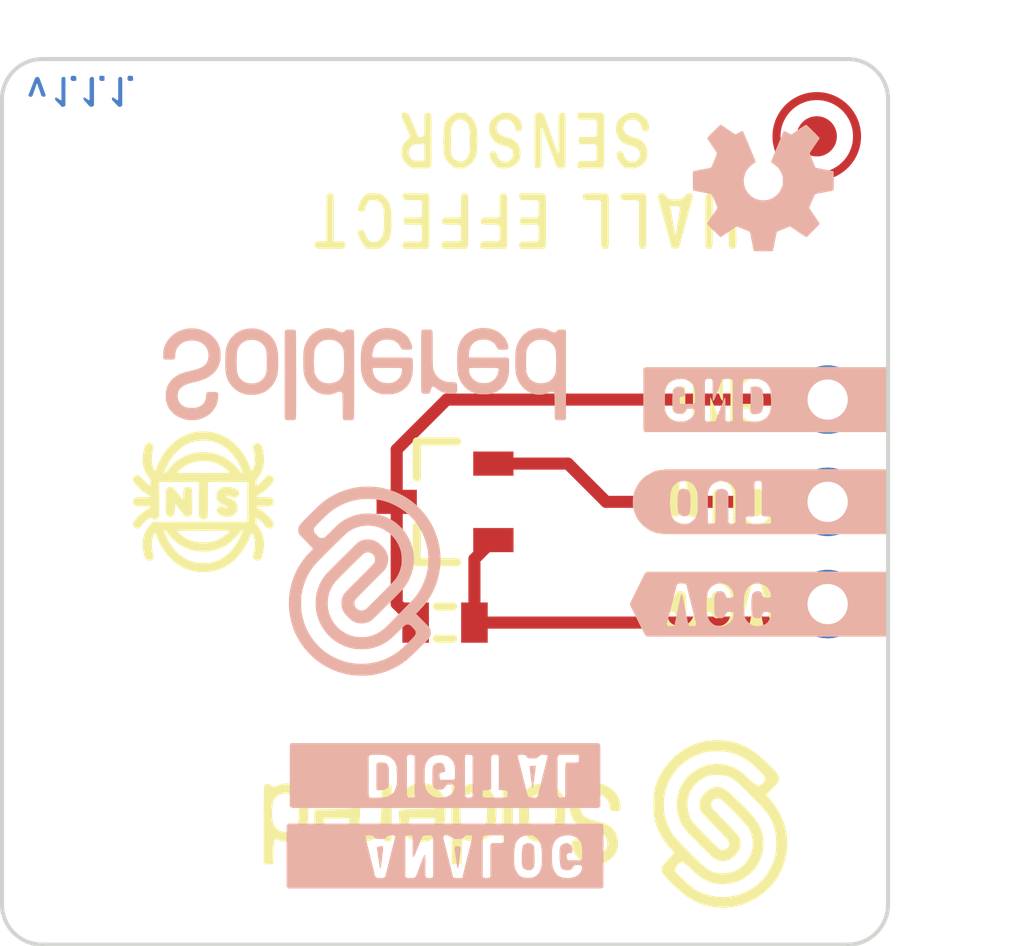
<source format=kicad_pcb>
(kicad_pcb (version 20211014) (generator pcbnew)
  (title_block (title "Hall effect sensor analog") (date "2021-09-01") (rev "V1.1.1.") (company "SOLDERED") (comment 1 "333079"))
  (layers (0 "F.Cu" mixed) (31 "B.Cu" signal) (34 "B.Paste" user) (35 "F.Paste" user) (36 "B.SilkS" user "B.Silkscreen") (37 "F.SilkS" user "F.Silkscreen") (38 "B.Mask" user) (39 "F.Mask" user) (44 "Edge.Cuts" user))
  (net 0 "")
  (net 1 "GND")
  (net 2 "VCC")
  (net 3 "OUT")
  (footprint "buzzardLabel" (layer "F.Cu") (at 102.4 116.46 180)
    (fp_text reference "" (at 0 0) (layer "F.SilkS") (effects (font (size 1.27 1.27))))
    (fp_text value "" (at 0 0) (layer "F.SilkS") (effects (font (size 1.27 1.27))))
  )
  (footprint "Soldered Graphics:Logo-Front-SolderedFULL-13mm" (layer "F.Cu") (at 93 127 180)
    (fp_text reference "REF**" hide)
    (fp_text value "Logo-Front-SolderedFULL-13mm" hide)
  )
  (footprint "e-radionica.com footprinti:FIDUCIAL_23" (layer "F.Cu") (at 100.23 109.92 -90)
    (fp_text reference "FD1")
    (fp_text value "FIDUCIAL")
    (fp_circle (center 0 0) (end 1 0) (layer "F.Cu") (width 0.2) (fill none))
    (pad "1" smd circle (at 0 0 270) (size 1 1) (layers "F.Cu" "F.Paste" "F.Mask") (clearance 1.1))
  )
  (footprint "e-radionica.com footprinti:SOT-23-3" (layer "F.Cu") (at 91 119 180)
    (fp_text reference "U1")
    (fp_text value "SI7211-B-00-IV")
    (pad "1" smd rect locked (at -1.2 -0.95 270) (size 0.6 1) (layers "F.Cu" "F.Paste" "F.Mask") (net 2 "VCC"))
    (pad "2" smd rect locked (at -1.2 0.95 270) (size 0.6 1) (layers "F.Cu" "F.Paste" "F.Mask") (net 3 "OUT"))
    (pad "3" smd rect locked (at 1.2 0 270) (size 0.6 1) (layers "F.Cu" "F.Paste" "F.Mask") (net 1 "GND"))
  )
  (footprint "Soldered Graphics:Logo-Back-OSH-3.5mm" (layer "F.Cu") (at 98.9 111.2 180)
    (fp_text reference "G***" hide)
    (fp_text value "LOGO" hide)
  )
  (footprint "e-radionica.com footprinti:HOLE_3.2mm" (layer "F.Cu") (at 83 127 -90)
    (fp_text reference "H2" hide)
    (fp_text value "HOLE_3.2mm" hide)
    (pad "" np_thru_hole circle locked (at 0 0 270) (size 3.2 3.2) (drill 3.2) (layers F&B.Cu *.Mask))
  )
  (footprint "buzzardLabel" (layer "F.Cu") (at 102.4 119 180)
    (fp_text reference "" (at 0 0) (layer "F.SilkS") (effects (font (size 1.27 1.27))))
    (fp_text value "" (at 0 0) (layer "F.SilkS") (effects (font (size 1.27 1.27))))
  )
  (footprint "buzzardLabel" (layer "F.Cu") (at 93 110 180)
    (fp_text reference "" (at 0 0) (layer "F.SilkS") (effects (font (size 1.27 1.27))))
    (fp_text value "" (at 0 0) (layer "F.SilkS") (effects (font (size 1.27 1.27))))
  )
  (footprint "e-radionica.com footprinti:0603C" (layer "F.Cu") (at 91 122 180)
    (fp_text reference "C1")
    (fp_text value "0.1uF")
    (pad "1" smd rect locked (at -0.73 0 180) (size 0.66 1) (layers "F.Cu" "F.Paste" "F.Mask") (net 2 "VCC"))
    (pad "2" smd rect locked (at 0.73 0 180) (size 0.66 1) (layers "F.Cu" "F.Paste" "F.Mask") (net 1 "GND"))
  )
  (footprint "buzzardLabel" (layer "F.Cu") (at 102.4 121.54 180)
    (fp_text reference "" (at 0 0) (layer "F.SilkS") (effects (font (size 1.27 1.27))))
    (fp_text value "" (at 0 0) (layer "F.SilkS") (effects (font (size 1.27 1.27))))
  )
  (footprint "buzzardLabel" (layer "F.Cu") (at 93 112 180)
    (fp_text reference "" (at 0 0) (layer "F.SilkS") (effects (font (size 1.27 1.27))))
    (fp_text value "" (at 0 0) (layer "F.SilkS") (effects (font (size 1.27 1.27))))
  )
  (footprint "e-radionica.com footprinti:HOLE_3.2mm" (layer "F.Cu") (at 83 111 -90)
    (fp_text reference "H1" hide)
    (fp_text value "HOLE_3.2mm" hide)
    (pad "" np_thru_hole circle locked (at 0 0 270) (size 3.2 3.2) (drill 3.2) (layers F&B.Cu *.Mask))
  )
  (footprint "Soldered Graphics:Logo-Back-SolderedVERTICAL-10mm" (layer "F.Cu") (at 89 119 180)
    (fp_text reference "G***" hide)
    (fp_text value "LOGO" hide)
  )
  (footprint "Soldered Graphics:Symbol-Front-Magnetic-Field" (layer "F.Cu") (at 85 119 180)
    (fp_text reference "G***" hide)
    (fp_text value "LOGO" hide)
  )
  (footprint "buzzardLabel" (layer "B.Cu") (at 91 125.8)
    (fp_text reference "" (at 0 0) (layer "B.SilkS") (effects (font (size 1.27 1.27)) (justify mirror)))
    (fp_text value "" (at 0 0) (layer "B.SilkS") (effects (font (size 1.27 1.27)) (justify mirror)))
  )
  (footprint "Soldered Graphics:Version1.1.1." (layer "B.Cu") (at 82 108.8)
    (fp_text reference "REF**" hide)
    (fp_text value "Version1.1.1." hide)
    (fp_poly (pts (xy -0.27 -0.38) (xy -0.22 -0.38) (xy -0.17 -0.37) (xy -0.16 -0.33) (xy -0.16 -0.27) (xy -0.21 -0.26) (xy -0.26 -0.26) (xy -0.29 -0.29) (xy -0.29 -0.34) (xy -0.27 -0.38)) (layer "B.Cu") (width 0.01) (fill solid))
    (fp_poly (pts (xy 0.43 -0.38) (xy 0.48 -0.38) (xy 0.54 -0.37) (xy 0.54 -0.33) (xy 0.54 -0.27) (xy 0.5 -0.26) (xy 0.45 -0.26) (xy 0.42 -0.29) (xy 0.42 -0.34) (xy 0.43 -0.38)) (layer "B.Cu") (width 0.01) (fill solid))
    (fp_poly (pts (xy 0.91 -0.35) (xy 0.96 -0.35) (xy 0.98 -0.31) (xy 0.98 0.35) (xy 0.95 0.38) (xy 0.89 0.38) (xy 0.86 0.34) (xy 0.74 0.22) (xy 0.73 0.17) (xy 0.76 0.16) (xy 0.85 0.22) (xy 0.89 0.23) (xy 0.89 -0.31) (xy 0.91 -0.35)) (layer "B.Cu") (width 0.01) (fill solid))
    (fp_poly (pts (xy -1.15 -0.35) (xy -1.1 -0.35) (xy -1.07 -0.31) (xy -0.92 0.1) (xy -0.94 0.13) (xy -0.99 0.13) (xy -1.02 0.1) (xy -1.11 -0.16) (xy -1.13 -0.21) (xy -1.15 -0.17) (xy -1.24 0.09) (xy -1.26 0.13) (xy -1.32 0.13) (xy -1.34 0.1) (xy -1.18 -0.31) (xy -1.15 -0.35)) (layer "B.Cu") (width 0.01) (fill solid))
    (fp_poly (pts (xy -0.5 -0.35) (xy -0.44 -0.35) (xy -0.43 -0.31) (xy -0.43 0.35) (xy -0.46 0.38) (xy -0.52 0.38) (xy -0.55 0.34) (xy -0.67 0.22) (xy -0.68 0.17) (xy -0.65 0.16) (xy -0.56 0.22) (xy -0.52 0.23) (xy -0.52 -0.31) (xy -0.5 -0.35)) (layer "B.Cu") (width 0.01) (fill solid))
    (fp_poly (pts (xy 1.14 -0.38) (xy 1.19 -0.38) (xy 1.24 -0.37) (xy 1.25 -0.33) (xy 1.25 -0.27) (xy 1.2 -0.26) (xy 1.15 -0.26) (xy 1.12 -0.29) (xy 1.12 -0.34) (xy 1.14 -0.38)) (layer "B.Cu") (width 0.01) (fill solid))
    (fp_poly (pts (xy 0.21 -0.35) (xy 0.26 -0.35) (xy 0.28 -0.31) (xy 0.28 0.35) (xy 0.24 0.38) (xy 0.19 0.38) (xy 0.15 0.34) (xy 0.04 0.22) (xy 0.02 0.17) (xy 0.05 0.16) (xy 0.14 0.22) (xy 0.18 0.23) (xy 0.18 -0.31) (xy 0.21 -0.35)) (layer "B.Cu") (width 0.01) (fill solid))
  )
  (footprint "buzzardLabel" (layer "B.Cu") (at 102.4 119)
    (fp_text reference "" (at 0 0) (layer "B.SilkS") (effects (font (size 1.27 1.27)) (justify mirror)))
    (fp_text value "" (at 0 0) (layer "B.SilkS") (effects (font (size 1.27 1.27)) (justify mirror)))
  )
  (footprint "buzzardLabel" (layer "B.Cu") (at 91 127.8)
    (fp_text reference "" (at 0 0) (layer "B.SilkS") (effects (font (size 1.27 1.27)) (justify mirror)))
    (fp_text value "" (at 0 0) (layer "B.SilkS") (effects (font (size 1.27 1.27)) (justify mirror)))
  )
  (footprint "e-radionica.com footprinti:HEADER_MALE_3X1" (layer "B.Cu") (at 100.5 119 -90)
    (fp_text reference "K1")
    (fp_text value "HEADER_MALE_3X1")
    (pad "1" thru_hole circle locked (at -2.54 0 270) (size 1.7 1.7) (drill 1) (layers *.Cu *.Mask) (net 1 "GND"))
    (pad "2" thru_hole circle locked (at 0 0 270) (size 1.7 1.7) (drill 1) (layers *.Cu *.Mask) (net 3 "OUT"))
    (pad "3" thru_hole circle locked (at 2.54 0 270) (size 1.7 1.7) (drill 1) (layers *.Cu *.Mask) (net 2 "VCC"))
  )
  (footprint "buzzardLabel" (layer "B.Cu") (at 102.4 116.46)
    (fp_text reference "" (at 0 0) (layer "B.SilkS") (effects (font (size 1.27 1.27)) (justify mirror)))
    (fp_text value "" (at 0 0) (layer "B.SilkS") (effects (font (size 1.27 1.27)) (justify mirror)))
  )
  (footprint "buzzardLabel" (layer "B.Cu") (at 102.4 121.54)
    (fp_text reference "" (at 0 0) (layer "B.SilkS") (effects (font (size 1.27 1.27)) (justify mirror)))
    (fp_text value "" (at 0 0) (layer "B.SilkS") (effects (font (size 1.27 1.27)) (justify mirror)))
  )
  (gr_arc (start 81 130) (mid 80.292893 129.707107) (end 80 129) (layer "Edge.Cuts") (width 0.1))
  (gr_arc (start 101 108) (mid 101.707107 108.292893) (end 102 109) (layer "Edge.Cuts") (width 0.1))
  (gr_line (start 80 109) (end 80 129) (layer "Edge.Cuts") (width 0.1))
  (gr_line (start 81 130) (end 101 130) (layer "Edge.Cuts") (width 0.1))
  (gr_arc (start 102 129) (mid 101.707107 129.707107) (end 101 130) (layer "Edge.Cuts") (width 0.1))
  (gr_arc (start 80 109) (mid 80.292893 108.292893) (end 81 108) (layer "Edge.Cuts") (width 0.1))
  (gr_line (start 102 129) (end 102 109) (layer "Edge.Cuts") (width 0.1))
  (gr_line (start 101 108) (end 81 108) (layer "Edge.Cuts") (width 0.1))
  (segment (start 89.8 119) (end 89.8 121.53) (width 0.3) (layer "F.Cu") (net 1))
  (segment (start 89.8 117.7) (end 91.04 116.46) (width 0.3) (layer "F.Cu") (net 1))
  (segment (start 89.8 121.53) (end 90.27 122) (width 0.3) (layer "F.Cu") (net 1))
  (segment (start 89.8 119) (end 89.8 117.7) (width 0.3) (layer "F.Cu") (net 1))
  (segment (start 91.04 116.46) (end 100.5 116.46) (width 0.3) (layer "F.Cu") (net 1))
  (segment (start 91.73 122) (end 91.73 120.42) (width 0.3) (layer "F.Cu") (net 2))
  (segment (start 100.04 122) (end 100.5 121.54) (width 0.3) (layer "F.Cu") (net 2))
  (segment (start 91.73 122) (end 100.04 122) (width 0.3) (layer "F.Cu") (net 2))
  (segment (start 91.73 120.42) (end 92.2 119.95) (width 0.3) (layer "F.Cu") (net 2))
  (segment (start 94.05 118.05) (end 95 119) (width 0.3) (layer "F.Cu") (net 3))
  (segment (start 95 119) (end 100.5 119) (width 0.3) (layer "F.Cu") (net 3))
  (segment (start 92.2 118.05) (end 94.05 118.05) (width 0.3) (layer "F.Cu") (net 3))
)
</source>
